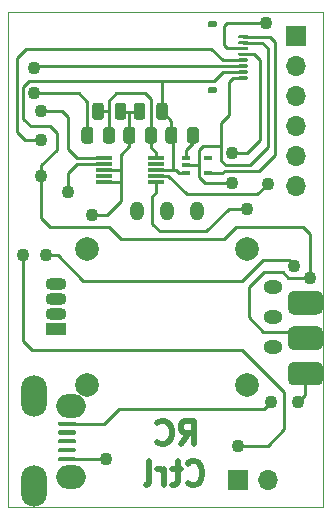
<source format=gbr>
%TF.GenerationSoftware,KiCad,Pcbnew,(5.1.7)-1*%
%TF.CreationDate,2021-06-20T23:08:26+01:00*%
%TF.ProjectId,RcCtlHw,52634374-6c48-4772-9e6b-696361645f70,rev?*%
%TF.SameCoordinates,Original*%
%TF.FileFunction,Copper,L2,Bot*%
%TF.FilePolarity,Positive*%
%FSLAX46Y46*%
G04 Gerber Fmt 4.6, Leading zero omitted, Abs format (unit mm)*
G04 Created by KiCad (PCBNEW (5.1.7)-1) date 2021-06-20 23:08:26*
%MOMM*%
%LPD*%
G01*
G04 APERTURE LIST*
%TA.AperFunction,NonConductor*%
%ADD10C,0.500000*%
%TD*%
%TA.AperFunction,Profile*%
%ADD11C,0.050000*%
%TD*%
%TA.AperFunction,ComponentPad*%
%ADD12O,1.700000X1.700000*%
%TD*%
%TA.AperFunction,ComponentPad*%
%ADD13R,1.700000X1.700000*%
%TD*%
%TA.AperFunction,ComponentPad*%
%ADD14O,1.600000X1.200000*%
%TD*%
%TA.AperFunction,ComponentPad*%
%ADD15O,1.200000X1.600000*%
%TD*%
%TA.AperFunction,ComponentPad*%
%ADD16C,2.000000*%
%TD*%
%TA.AperFunction,ComponentPad*%
%ADD17O,1.800000X1.070000*%
%TD*%
%TA.AperFunction,ComponentPad*%
%ADD18R,1.800000X1.070000*%
%TD*%
%TA.AperFunction,SMDPad,CuDef*%
%ADD19R,1.400000X0.300000*%
%TD*%
%TA.AperFunction,ComponentPad*%
%ADD20O,2.200000X3.500000*%
%TD*%
%TA.AperFunction,ComponentPad*%
%ADD21O,2.500000X2.000000*%
%TD*%
%TA.AperFunction,SMDPad,CuDef*%
%ADD22R,0.650000X0.400000*%
%TD*%
%TA.AperFunction,ViaPad*%
%ADD23C,1.100000*%
%TD*%
%TA.AperFunction,Conductor*%
%ADD24C,0.250000*%
%TD*%
G04 APERTURE END LIST*
D10*
X129492238Y-124285285D02*
X129587476Y-124380523D01*
X129873190Y-124475761D01*
X130063666Y-124475761D01*
X130349380Y-124380523D01*
X130539857Y-124190047D01*
X130635095Y-123999571D01*
X130730333Y-123618619D01*
X130730333Y-123332904D01*
X130635095Y-122951952D01*
X130539857Y-122761476D01*
X130349380Y-122571000D01*
X130063666Y-122475761D01*
X129873190Y-122475761D01*
X129587476Y-122571000D01*
X129492238Y-122666238D01*
X128920809Y-123142428D02*
X128158904Y-123142428D01*
X128635095Y-122475761D02*
X128635095Y-124190047D01*
X128539857Y-124380523D01*
X128349380Y-124475761D01*
X128158904Y-124475761D01*
X127492238Y-124475761D02*
X127492238Y-123142428D01*
X127492238Y-123523380D02*
X127397000Y-123332904D01*
X127301761Y-123237666D01*
X127111285Y-123142428D01*
X126920809Y-123142428D01*
X125968428Y-124475761D02*
X126158904Y-124380523D01*
X126254142Y-124190047D01*
X126254142Y-122475761D01*
X128904952Y-121046761D02*
X129571619Y-120094380D01*
X130047809Y-121046761D02*
X130047809Y-119046761D01*
X129285904Y-119046761D01*
X129095428Y-119142000D01*
X129000190Y-119237238D01*
X128904952Y-119427714D01*
X128904952Y-119713428D01*
X129000190Y-119903904D01*
X129095428Y-119999142D01*
X129285904Y-120094380D01*
X130047809Y-120094380D01*
X126904952Y-120856285D02*
X127000190Y-120951523D01*
X127285904Y-121046761D01*
X127476380Y-121046761D01*
X127762095Y-120951523D01*
X127952571Y-120761047D01*
X128047809Y-120570571D01*
X128143047Y-120189619D01*
X128143047Y-119903904D01*
X128047809Y-119522952D01*
X127952571Y-119332476D01*
X127762095Y-119142000D01*
X127476380Y-119046761D01*
X127285904Y-119046761D01*
X127000190Y-119142000D01*
X126904952Y-119237238D01*
D11*
X114300000Y-84455000D02*
X140970000Y-84455000D01*
X140970000Y-84455000D02*
X140970000Y-84836000D01*
X114300000Y-84709000D02*
X114300000Y-84455000D01*
X140970000Y-126365000D02*
X140970000Y-119380000D01*
X114300000Y-126365000D02*
X140970000Y-126365000D01*
X114300000Y-119380000D02*
X114300000Y-126365000D01*
X114300000Y-119380000D02*
X114300000Y-84709000D01*
X140970000Y-84836000D02*
X140970000Y-119380000D01*
%TO.P,SW1,3*%
%TO.N,N/C*%
%TA.AperFunction,SMDPad,CuDef*%
G36*
G01*
X140970000Y-108547000D02*
X140970000Y-109547000D01*
G75*
G02*
X140470000Y-110047000I-500000J0D01*
G01*
X138470000Y-110047000D01*
G75*
G02*
X137970000Y-109547000I0J500000D01*
G01*
X137970000Y-108547000D01*
G75*
G02*
X138470000Y-108047000I500000J0D01*
G01*
X140470000Y-108047000D01*
G75*
G02*
X140970000Y-108547000I0J-500000D01*
G01*
G37*
%TD.AperFunction*%
%TO.P,SW1,2*%
%TO.N,+3V3*%
%TA.AperFunction,SMDPad,CuDef*%
G36*
G01*
X140970000Y-111547000D02*
X140970000Y-112547000D01*
G75*
G02*
X140470000Y-113047000I-500000J0D01*
G01*
X138470000Y-113047000D01*
G75*
G02*
X137970000Y-112547000I0J500000D01*
G01*
X137970000Y-111547000D01*
G75*
G02*
X138470000Y-111047000I500000J0D01*
G01*
X140470000Y-111047000D01*
G75*
G02*
X140970000Y-111547000I0J-500000D01*
G01*
G37*
%TD.AperFunction*%
%TO.P,SW1,1*%
%TO.N,Net-(C3-Pad1)*%
%TA.AperFunction,SMDPad,CuDef*%
G36*
G01*
X140970000Y-114547000D02*
X140970000Y-115547000D01*
G75*
G02*
X140470000Y-116047000I-500000J0D01*
G01*
X138470000Y-116047000D01*
G75*
G02*
X137970000Y-115547000I0J500000D01*
G01*
X137970000Y-114547000D01*
G75*
G02*
X138470000Y-114047000I500000J0D01*
G01*
X140470000Y-114047000D01*
G75*
G02*
X140970000Y-114547000I0J-500000D01*
G01*
G37*
%TD.AperFunction*%
%TD*%
D12*
%TO.P,J2,6*%
%TO.N,GND*%
X138684000Y-99187000D03*
%TO.P,J2,5*%
%TO.N,/RX*%
X138684000Y-96647000D03*
%TO.P,J2,4*%
%TO.N,/TX*%
X138684000Y-94107000D03*
%TO.P,J2,3*%
%TO.N,/Flash*%
X138684000Y-91567000D03*
%TO.P,J2,2*%
%TO.N,/RST*%
X138684000Y-89027000D03*
D13*
%TO.P,J2,1*%
%TO.N,+3V3*%
X138684000Y-86487000D03*
%TD*%
D14*
%TO.P,U4,6*%
%TO.N,GND*%
X136761000Y-112776000D03*
%TO.P,U4,5*%
%TO.N,Net-(C8-Pad1)*%
X136761000Y-110236000D03*
%TO.P,U4,4*%
%TO.N,+3V3*%
X136761000Y-107696000D03*
D15*
%TO.P,U4,3*%
%TO.N,GND*%
X130301000Y-101236000D03*
%TO.P,U4,2*%
%TO.N,Net-(C7-Pad1)*%
X127761000Y-101236000D03*
%TO.P,U4,1*%
%TO.N,+3V3*%
X125221000Y-101236000D03*
D16*
%TO.P,U4,*%
%TO.N,*%
X134511000Y-115986000D03*
X134511000Y-104486000D03*
X121011000Y-104486000D03*
X121011000Y-115986000D03*
%TD*%
D17*
%TO.P,D1,4*%
%TO.N,N/C*%
X118364000Y-107442000D03*
%TO.P,D1,3*%
%TO.N,Net-(D1-Pad3)*%
X118364000Y-108712000D03*
%TO.P,D1,2*%
%TO.N,Net-(D1-Pad2)*%
X118364000Y-109982000D03*
D18*
%TO.P,D1,1*%
%TO.N,Net-(D1-Pad1)*%
X118364000Y-111252000D03*
%TD*%
D19*
%TO.P,U3,1*%
%TO.N,GND*%
X122387000Y-98790000D03*
%TO.P,U3,2*%
%TO.N,N/C*%
X122387000Y-98290000D03*
%TO.P,U3,3*%
%TO.N,GND*%
X122387000Y-97790000D03*
%TO.P,U3,4*%
%TO.N,Net-(C7-Pad1)*%
X122387000Y-97290000D03*
%TO.P,U3,5*%
%TO.N,Net-(C8-Pad1)*%
X122387000Y-96790000D03*
%TO.P,U3,6*%
%TO.N,Net-(C9-Pad1)*%
X126787000Y-96790000D03*
%TO.P,U3,7*%
%TO.N,N/C*%
X126787000Y-97290000D03*
%TO.P,U3,8*%
%TO.N,+3V3*%
X126787000Y-97790000D03*
%TO.P,U3,9*%
%TO.N,/I2C_SDA*%
X126787000Y-98290000D03*
%TO.P,U3,10*%
%TO.N,/I2C_SCL*%
X126787000Y-98790000D03*
%TD*%
D20*
%TO.P,J1,6*%
%TO.N,Net-(J1-Pad6)*%
X116518000Y-116977000D03*
D21*
X119618000Y-117777000D03*
D20*
X116518000Y-124577000D03*
%TO.P,J1,5*%
%TO.N,GND*%
%TA.AperFunction,SMDPad,CuDef*%
G36*
G01*
X119930500Y-119452000D02*
X118605500Y-119452000D01*
G75*
G02*
X118518000Y-119364500I0J87500D01*
G01*
X118518000Y-119189500D01*
G75*
G02*
X118605500Y-119102000I87500J0D01*
G01*
X119930500Y-119102000D01*
G75*
G02*
X120018000Y-119189500I0J-87500D01*
G01*
X120018000Y-119364500D01*
G75*
G02*
X119930500Y-119452000I-87500J0D01*
G01*
G37*
%TD.AperFunction*%
%TO.P,J1,4*%
%TO.N,N/C*%
%TA.AperFunction,SMDPad,CuDef*%
G36*
G01*
X119930500Y-120202000D02*
X118605500Y-120202000D01*
G75*
G02*
X118518000Y-120114500I0J87500D01*
G01*
X118518000Y-119939500D01*
G75*
G02*
X118605500Y-119852000I87500J0D01*
G01*
X119930500Y-119852000D01*
G75*
G02*
X120018000Y-119939500I0J-87500D01*
G01*
X120018000Y-120114500D01*
G75*
G02*
X119930500Y-120202000I-87500J0D01*
G01*
G37*
%TD.AperFunction*%
%TO.P,J1,1*%
%TO.N,Net-(J1-Pad1)*%
%TA.AperFunction,SMDPad,CuDef*%
G36*
G01*
X119930500Y-122452000D02*
X118605500Y-122452000D01*
G75*
G02*
X118518000Y-122364500I0J87500D01*
G01*
X118518000Y-122189500D01*
G75*
G02*
X118605500Y-122102000I87500J0D01*
G01*
X119930500Y-122102000D01*
G75*
G02*
X120018000Y-122189500I0J-87500D01*
G01*
X120018000Y-122364500D01*
G75*
G02*
X119930500Y-122452000I-87500J0D01*
G01*
G37*
%TD.AperFunction*%
%TO.P,J1,2*%
%TO.N,N/C*%
%TA.AperFunction,SMDPad,CuDef*%
G36*
G01*
X119930500Y-121702000D02*
X118605500Y-121702000D01*
G75*
G02*
X118518000Y-121614500I0J87500D01*
G01*
X118518000Y-121439500D01*
G75*
G02*
X118605500Y-121352000I87500J0D01*
G01*
X119930500Y-121352000D01*
G75*
G02*
X120018000Y-121439500I0J-87500D01*
G01*
X120018000Y-121614500D01*
G75*
G02*
X119930500Y-121702000I-87500J0D01*
G01*
G37*
%TD.AperFunction*%
%TO.P,J1,3*%
%TA.AperFunction,SMDPad,CuDef*%
G36*
G01*
X119930500Y-120952000D02*
X118605500Y-120952000D01*
G75*
G02*
X118518000Y-120864500I0J87500D01*
G01*
X118518000Y-120689500D01*
G75*
G02*
X118605500Y-120602000I87500J0D01*
G01*
X119930500Y-120602000D01*
G75*
G02*
X120018000Y-120689500I0J-87500D01*
G01*
X120018000Y-120864500D01*
G75*
G02*
X119930500Y-120952000I-87500J0D01*
G01*
G37*
%TD.AperFunction*%
D21*
%TO.P,J1,6*%
%TO.N,Net-(J1-Pad6)*%
X119618000Y-123777000D03*
%TD*%
%TO.P,C6,2*%
%TO.N,GND*%
%TA.AperFunction,SMDPad,CuDef*%
G36*
G01*
X125915000Y-92362000D02*
X125915000Y-93312000D01*
G75*
G02*
X125665000Y-93562000I-250000J0D01*
G01*
X125165000Y-93562000D01*
G75*
G02*
X124915000Y-93312000I0J250000D01*
G01*
X124915000Y-92362000D01*
G75*
G02*
X125165000Y-92112000I250000J0D01*
G01*
X125665000Y-92112000D01*
G75*
G02*
X125915000Y-92362000I0J-250000D01*
G01*
G37*
%TD.AperFunction*%
%TO.P,C6,1*%
%TO.N,+3V3*%
%TA.AperFunction,SMDPad,CuDef*%
G36*
G01*
X127815000Y-92362000D02*
X127815000Y-93312000D01*
G75*
G02*
X127565000Y-93562000I-250000J0D01*
G01*
X127065000Y-93562000D01*
G75*
G02*
X126815000Y-93312000I0J250000D01*
G01*
X126815000Y-92362000D01*
G75*
G02*
X127065000Y-92112000I250000J0D01*
G01*
X127565000Y-92112000D01*
G75*
G02*
X127815000Y-92362000I0J-250000D01*
G01*
G37*
%TD.AperFunction*%
%TD*%
%TO.P,R10,1*%
%TO.N,Net-(C9-Pad1)*%
%TA.AperFunction,SMDPad,CuDef*%
G36*
G01*
X126901000Y-94418999D02*
X126901000Y-95319001D01*
G75*
G02*
X126651001Y-95569000I-249999J0D01*
G01*
X126125999Y-95569000D01*
G75*
G02*
X125876000Y-95319001I0J249999D01*
G01*
X125876000Y-94418999D01*
G75*
G02*
X126125999Y-94169000I249999J0D01*
G01*
X126651001Y-94169000D01*
G75*
G02*
X126901000Y-94418999I0J-249999D01*
G01*
G37*
%TD.AperFunction*%
%TO.P,R10,2*%
%TO.N,GND*%
%TA.AperFunction,SMDPad,CuDef*%
G36*
G01*
X125076000Y-94418999D02*
X125076000Y-95319001D01*
G75*
G02*
X124826001Y-95569000I-249999J0D01*
G01*
X124300999Y-95569000D01*
G75*
G02*
X124051000Y-95319001I0J249999D01*
G01*
X124051000Y-94418999D01*
G75*
G02*
X124300999Y-94169000I249999J0D01*
G01*
X124826001Y-94169000D01*
G75*
G02*
X125076000Y-94418999I0J-249999D01*
G01*
G37*
%TD.AperFunction*%
%TD*%
D22*
%TO.P,V2,1*%
%TO.N,+3V3*%
X129352000Y-98059000D03*
%TO.P,V2,3*%
%TO.N,Net-(R11-Pad2)*%
X129352000Y-96759000D03*
%TO.P,V2,2*%
%TO.N,GND*%
X129352000Y-97409000D03*
%TO.P,V2,4*%
%TO.N,N/C*%
X131252000Y-96759000D03*
%TO.P,V2,5*%
%TO.N,/2V8_BackLight*%
X131252000Y-98059000D03*
%TD*%
%TO.P,J3,2*%
%TO.N,GND*%
%TA.AperFunction,SMDPad,CuDef*%
G36*
G01*
X134516000Y-87165000D02*
X133866000Y-87165000D01*
G75*
G02*
X133791000Y-87090000I0J75000D01*
G01*
X133791000Y-86940000D01*
G75*
G02*
X133866000Y-86865000I75000J0D01*
G01*
X134516000Y-86865000D01*
G75*
G02*
X134591000Y-86940000I0J-75000D01*
G01*
X134591000Y-87090000D01*
G75*
G02*
X134516000Y-87165000I-75000J0D01*
G01*
G37*
%TD.AperFunction*%
%TO.P,J3,3*%
%TO.N,/TFT_RST*%
%TA.AperFunction,SMDPad,CuDef*%
G36*
G01*
X134516000Y-87665000D02*
X133866000Y-87665000D01*
G75*
G02*
X133791000Y-87590000I0J75000D01*
G01*
X133791000Y-87440000D01*
G75*
G02*
X133866000Y-87365000I75000J0D01*
G01*
X134516000Y-87365000D01*
G75*
G02*
X134591000Y-87440000I0J-75000D01*
G01*
X134591000Y-87590000D01*
G75*
G02*
X134516000Y-87665000I-75000J0D01*
G01*
G37*
%TD.AperFunction*%
%TO.P,J3,4*%
%TO.N,/TFT_RS*%
%TA.AperFunction,SMDPad,CuDef*%
G36*
G01*
X134516000Y-88165000D02*
X133866000Y-88165000D01*
G75*
G02*
X133791000Y-88090000I0J75000D01*
G01*
X133791000Y-87940000D01*
G75*
G02*
X133866000Y-87865000I75000J0D01*
G01*
X134516000Y-87865000D01*
G75*
G02*
X134591000Y-87940000I0J-75000D01*
G01*
X134591000Y-88090000D01*
G75*
G02*
X134516000Y-88165000I-75000J0D01*
G01*
G37*
%TD.AperFunction*%
%TO.P,J3,5*%
%TO.N,/TFT_SDA*%
%TA.AperFunction,SMDPad,CuDef*%
G36*
G01*
X134516000Y-88665000D02*
X133866000Y-88665000D01*
G75*
G02*
X133791000Y-88590000I0J75000D01*
G01*
X133791000Y-88440000D01*
G75*
G02*
X133866000Y-88365000I75000J0D01*
G01*
X134516000Y-88365000D01*
G75*
G02*
X134591000Y-88440000I0J-75000D01*
G01*
X134591000Y-88590000D01*
G75*
G02*
X134516000Y-88665000I-75000J0D01*
G01*
G37*
%TD.AperFunction*%
%TO.P,J3,6*%
%TO.N,/TFT_SCL*%
%TA.AperFunction,SMDPad,CuDef*%
G36*
G01*
X134516000Y-89165000D02*
X133866000Y-89165000D01*
G75*
G02*
X133791000Y-89090000I0J75000D01*
G01*
X133791000Y-88940000D01*
G75*
G02*
X133866000Y-88865000I75000J0D01*
G01*
X134516000Y-88865000D01*
G75*
G02*
X134591000Y-88940000I0J-75000D01*
G01*
X134591000Y-89090000D01*
G75*
G02*
X134516000Y-89165000I-75000J0D01*
G01*
G37*
%TD.AperFunction*%
%TO.P,J3,7*%
%TO.N,+3V3*%
%TA.AperFunction,SMDPad,CuDef*%
G36*
G01*
X134516000Y-89665000D02*
X133866000Y-89665000D01*
G75*
G02*
X133791000Y-89590000I0J75000D01*
G01*
X133791000Y-89440000D01*
G75*
G02*
X133866000Y-89365000I75000J0D01*
G01*
X134516000Y-89365000D01*
G75*
G02*
X134591000Y-89440000I0J-75000D01*
G01*
X134591000Y-89590000D01*
G75*
G02*
X134516000Y-89665000I-75000J0D01*
G01*
G37*
%TD.AperFunction*%
%TO.P,J3,8*%
%TO.N,GND*%
%TA.AperFunction,SMDPad,CuDef*%
G36*
G01*
X134516000Y-90165000D02*
X133866000Y-90165000D01*
G75*
G02*
X133791000Y-90090000I0J75000D01*
G01*
X133791000Y-89940000D01*
G75*
G02*
X133866000Y-89865000I75000J0D01*
G01*
X134516000Y-89865000D01*
G75*
G02*
X134591000Y-89940000I0J-75000D01*
G01*
X134591000Y-90090000D01*
G75*
G02*
X134516000Y-90165000I-75000J0D01*
G01*
G37*
%TD.AperFunction*%
%TO.P,J3,1*%
%TO.N,/2V8_BackLight*%
%TA.AperFunction,SMDPad,CuDef*%
G36*
G01*
X134516000Y-86665000D02*
X133866000Y-86665000D01*
G75*
G02*
X133791000Y-86590000I0J75000D01*
G01*
X133791000Y-86440000D01*
G75*
G02*
X133866000Y-86365000I75000J0D01*
G01*
X134516000Y-86365000D01*
G75*
G02*
X134591000Y-86440000I0J-75000D01*
G01*
X134591000Y-86590000D01*
G75*
G02*
X134516000Y-86665000I-75000J0D01*
G01*
G37*
%TD.AperFunction*%
%TO.P,J3,*%
%TO.N,*%
%TA.AperFunction,SMDPad,CuDef*%
G36*
G01*
X131866000Y-91315000D02*
X131316000Y-91315000D01*
G75*
G02*
X131191000Y-91190000I0J125000D01*
G01*
X131191000Y-90940000D01*
G75*
G02*
X131316000Y-90815000I125000J0D01*
G01*
X131866000Y-90815000D01*
G75*
G02*
X131991000Y-90940000I0J-125000D01*
G01*
X131991000Y-91190000D01*
G75*
G02*
X131866000Y-91315000I-125000J0D01*
G01*
G37*
%TD.AperFunction*%
%TA.AperFunction,SMDPad,CuDef*%
G36*
G01*
X131866000Y-85715000D02*
X131316000Y-85715000D01*
G75*
G02*
X131191000Y-85590000I0J125000D01*
G01*
X131191000Y-85340000D01*
G75*
G02*
X131316000Y-85215000I125000J0D01*
G01*
X131866000Y-85215000D01*
G75*
G02*
X131991000Y-85340000I0J-125000D01*
G01*
X131991000Y-85590000D01*
G75*
G02*
X131866000Y-85715000I-125000J0D01*
G01*
G37*
%TD.AperFunction*%
%TD*%
D13*
%TO.P,BT1,1*%
%TO.N,+BATT*%
X133731000Y-124079000D03*
D12*
%TO.P,BT1,2*%
%TO.N,GND*%
X136271000Y-124079000D03*
%TD*%
%TO.P,R9,2*%
%TO.N,Net-(C9-Pad1)*%
%TA.AperFunction,SMDPad,CuDef*%
G36*
G01*
X122320000Y-95319001D02*
X122320000Y-94418999D01*
G75*
G02*
X122569999Y-94169000I249999J0D01*
G01*
X123095001Y-94169000D01*
G75*
G02*
X123345000Y-94418999I0J-249999D01*
G01*
X123345000Y-95319001D01*
G75*
G02*
X123095001Y-95569000I-249999J0D01*
G01*
X122569999Y-95569000D01*
G75*
G02*
X122320000Y-95319001I0J249999D01*
G01*
G37*
%TD.AperFunction*%
%TO.P,R9,1*%
%TO.N,+BATT*%
%TA.AperFunction,SMDPad,CuDef*%
G36*
G01*
X120495000Y-95319001D02*
X120495000Y-94418999D01*
G75*
G02*
X120744999Y-94169000I249999J0D01*
G01*
X121270001Y-94169000D01*
G75*
G02*
X121520000Y-94418999I0J-249999D01*
G01*
X121520000Y-95319001D01*
G75*
G02*
X121270001Y-95569000I-249999J0D01*
G01*
X120744999Y-95569000D01*
G75*
G02*
X120495000Y-95319001I0J249999D01*
G01*
G37*
%TD.AperFunction*%
%TD*%
%TO.P,R11,1*%
%TO.N,+3V3*%
%TA.AperFunction,SMDPad,CuDef*%
G36*
G01*
X127607000Y-95319001D02*
X127607000Y-94418999D01*
G75*
G02*
X127856999Y-94169000I249999J0D01*
G01*
X128382001Y-94169000D01*
G75*
G02*
X128632000Y-94418999I0J-249999D01*
G01*
X128632000Y-95319001D01*
G75*
G02*
X128382001Y-95569000I-249999J0D01*
G01*
X127856999Y-95569000D01*
G75*
G02*
X127607000Y-95319001I0J249999D01*
G01*
G37*
%TD.AperFunction*%
%TO.P,R11,2*%
%TO.N,Net-(R11-Pad2)*%
%TA.AperFunction,SMDPad,CuDef*%
G36*
G01*
X129432000Y-95319001D02*
X129432000Y-94418999D01*
G75*
G02*
X129681999Y-94169000I249999J0D01*
G01*
X130207001Y-94169000D01*
G75*
G02*
X130457000Y-94418999I0J-249999D01*
G01*
X130457000Y-95319001D01*
G75*
G02*
X130207001Y-95569000I-249999J0D01*
G01*
X129681999Y-95569000D01*
G75*
G02*
X129432000Y-95319001I0J249999D01*
G01*
G37*
%TD.AperFunction*%
%TD*%
%TO.P,C9,1*%
%TO.N,Net-(C9-Pad1)*%
%TA.AperFunction,SMDPad,CuDef*%
G36*
G01*
X121409800Y-93312000D02*
X121409800Y-92362000D01*
G75*
G02*
X121659800Y-92112000I250000J0D01*
G01*
X122159800Y-92112000D01*
G75*
G02*
X122409800Y-92362000I0J-250000D01*
G01*
X122409800Y-93312000D01*
G75*
G02*
X122159800Y-93562000I-250000J0D01*
G01*
X121659800Y-93562000D01*
G75*
G02*
X121409800Y-93312000I0J250000D01*
G01*
G37*
%TD.AperFunction*%
%TO.P,C9,2*%
%TO.N,GND*%
%TA.AperFunction,SMDPad,CuDef*%
G36*
G01*
X123309800Y-93312000D02*
X123309800Y-92362000D01*
G75*
G02*
X123559800Y-92112000I250000J0D01*
G01*
X124059800Y-92112000D01*
G75*
G02*
X124309800Y-92362000I0J-250000D01*
G01*
X124309800Y-93312000D01*
G75*
G02*
X124059800Y-93562000I-250000J0D01*
G01*
X123559800Y-93562000D01*
G75*
G02*
X123309800Y-93312000I0J250000D01*
G01*
G37*
%TD.AperFunction*%
%TD*%
D23*
%TO.N,GND*%
X136525000Y-117475000D03*
X133223000Y-98933000D03*
X121412000Y-101600000D03*
%TO.N,Net-(C3-Pad1)*%
X138810998Y-117474998D03*
%TO.N,+3V3*%
X117094000Y-98297998D03*
X139877800Y-106908600D03*
%TO.N,Net-(J1-Pad1)*%
X122555000Y-122301002D03*
%TO.N,/TFT_RST*%
X136144000Y-85344000D03*
%TO.N,/TFT_RS*%
X133223002Y-96393000D03*
%TO.N,+BATT*%
X133731000Y-121158000D03*
X115570000Y-105029000D03*
X116459000Y-91313000D03*
%TO.N,/I2C_SCL*%
X134493637Y-101103411D03*
%TO.N,/I2C_SDA*%
X136271000Y-98996500D03*
%TO.N,/TFT_SDA*%
X117094000Y-95250000D03*
%TO.N,/TFT_SCL*%
X116459000Y-89153988D03*
%TO.N,Net-(C7-Pad1)*%
X119380000Y-99695000D03*
%TO.N,Net-(C8-Pad1)*%
X117475000Y-105029000D03*
X117094004Y-92837000D03*
X138531600Y-105892600D03*
%TD*%
D24*
%TO.N,GND*%
X138430000Y-99441000D02*
X138684000Y-99187000D01*
X133223000Y-98933000D02*
X132080000Y-98933000D01*
X135975001Y-118024999D02*
X136525000Y-117475000D01*
X123656001Y-118024999D02*
X135975001Y-118024999D01*
X122404000Y-119277000D02*
X123656001Y-118024999D01*
X119268000Y-119277000D02*
X122404000Y-119277000D01*
X123825000Y-96520000D02*
X123825000Y-97504000D01*
X123809000Y-98790000D02*
X123825000Y-98806000D01*
X122387000Y-98790000D02*
X123809000Y-98790000D01*
X122428000Y-97790000D02*
X123825000Y-97790000D01*
X122387000Y-97790000D02*
X122428000Y-97790000D01*
X123825000Y-97790000D02*
X123825000Y-98806000D01*
X123825000Y-97504000D02*
X123825000Y-97790000D01*
X130937000Y-98933000D02*
X130429000Y-98425000D01*
X133223000Y-98933000D02*
X130937000Y-98933000D01*
X129352000Y-97409000D02*
X130429000Y-97409000D01*
X130429000Y-98425000D02*
X130429000Y-97409000D01*
X130429000Y-96266000D02*
X130429000Y-96139000D01*
X130429000Y-97409000D02*
X130429000Y-96266000D01*
X130429000Y-96139000D02*
X130810000Y-95758000D01*
X130810000Y-95758000D02*
X131572000Y-95758000D01*
X121412000Y-101600000D02*
X122682000Y-101600000D01*
X123825000Y-100457000D02*
X123825000Y-98806000D01*
X122682000Y-101600000D02*
X123825000Y-100457000D01*
X124563500Y-95781500D02*
X123825000Y-96520000D01*
X124563500Y-94869000D02*
X124563500Y-95781500D01*
X125364200Y-92887800D02*
X125415000Y-92837000D01*
X124563500Y-92962100D02*
X124637800Y-92887800D01*
X124563500Y-94869000D02*
X124563500Y-92962100D01*
X124637800Y-92887800D02*
X125364200Y-92887800D01*
X123835200Y-92887800D02*
X124637800Y-92887800D01*
X132701002Y-97395002D02*
X132334000Y-97028000D01*
X134760998Y-97395002D02*
X132701002Y-97395002D01*
X136271000Y-87515700D02*
X136271000Y-95885000D01*
X134283990Y-87039990D02*
X135795290Y-87039990D01*
X134259000Y-87015000D02*
X134283990Y-87039990D01*
X136271000Y-95885000D02*
X134760998Y-97395002D01*
X135795290Y-87039990D02*
X136271000Y-87515700D01*
X134191000Y-87015000D02*
X134259000Y-87015000D01*
X134191000Y-90015000D02*
X133365300Y-90015000D01*
X133365300Y-90015000D02*
X133007100Y-90373200D01*
X133007100Y-90373200D02*
X133007100Y-93167200D01*
X132334000Y-93840300D02*
X132899150Y-93275150D01*
X133007100Y-93167200D02*
X132899150Y-93275150D01*
X132334000Y-97028000D02*
X132334000Y-96367600D01*
X132295900Y-95758000D02*
X132334000Y-95796100D01*
X131572000Y-95758000D02*
X132295900Y-95758000D01*
X132334000Y-95796100D02*
X132334000Y-93840300D01*
X132334000Y-96367600D02*
X132334000Y-95796100D01*
%TO.N,Net-(C3-Pad1)*%
X139470000Y-116815996D02*
X138810998Y-117474998D01*
X139470000Y-115047000D02*
X139470000Y-116815996D01*
%TO.N,+3V3*%
X139446000Y-112404000D02*
X139470000Y-112380000D01*
X128119500Y-93641500D02*
X127315000Y-92837000D01*
X128119500Y-94869000D02*
X128119500Y-93641500D01*
X131699000Y-90297000D02*
X132481000Y-89515000D01*
X134191000Y-89515000D02*
X132481000Y-89515000D01*
X127315000Y-90358000D02*
X127254000Y-90297000D01*
X127315000Y-92837000D02*
X127315000Y-90358000D01*
X127254000Y-90297000D02*
X131699000Y-90297000D01*
X116191002Y-94093002D02*
X117842002Y-94093002D01*
X117094000Y-97409000D02*
X117094000Y-98297998D01*
X115570000Y-91313000D02*
X115570000Y-93472000D01*
X115583999Y-91299001D02*
X115570000Y-91313000D01*
X118427500Y-96075500D02*
X117094000Y-97409000D01*
X117842002Y-94093002D02*
X118427500Y-94678500D01*
X115583999Y-90791001D02*
X115583999Y-91299001D01*
X118427500Y-94678500D02*
X118427500Y-96075500D01*
X116078000Y-90297000D02*
X115583999Y-90791001D01*
X115570000Y-93472000D02*
X116191002Y-94093002D01*
X127254000Y-90297000D02*
X116078000Y-90297000D01*
X128143000Y-97790000D02*
X126787000Y-97790000D01*
X128223000Y-97790000D02*
X128143000Y-97790000D01*
X128223000Y-94972500D02*
X128119500Y-94869000D01*
X128223000Y-97790000D02*
X128223000Y-94972500D01*
X129352000Y-98059000D02*
X128793000Y-98059000D01*
X128524000Y-97790000D02*
X128223000Y-97790000D01*
X128793000Y-98059000D02*
X128524000Y-97790000D01*
X138023600Y-106908600D02*
X139877800Y-106908600D01*
X135991600Y-106426000D02*
X137541000Y-106426000D01*
X134670800Y-107746800D02*
X135991600Y-106426000D01*
X134670800Y-110286800D02*
X134670800Y-107746800D01*
X135890000Y-111506000D02*
X134670800Y-110286800D01*
X138929000Y-111506000D02*
X135890000Y-111506000D01*
X137541000Y-106426000D02*
X138023600Y-106908600D01*
X139470000Y-112047000D02*
X138929000Y-111506000D01*
X139877800Y-103251000D02*
X139877800Y-106908600D01*
X133604000Y-102616000D02*
X139242800Y-102616000D01*
X132588000Y-103632000D02*
X133604000Y-102616000D01*
X139242800Y-102616000D02*
X139877800Y-103251000D01*
X122809000Y-102616000D02*
X123825000Y-103632000D01*
X117856000Y-102616000D02*
X122809000Y-102616000D01*
X123825000Y-103632000D02*
X132588000Y-103632000D01*
X117094000Y-101854000D02*
X117856000Y-102616000D01*
X117094000Y-98297998D02*
X117094000Y-101854000D01*
%TO.N,Net-(J1-Pad1)*%
X119268000Y-122277000D02*
X122530998Y-122277000D01*
X122530998Y-122277000D02*
X122555000Y-122301002D01*
%TO.N,/TFT_RST*%
X132842000Y-85344000D02*
X136144000Y-85344000D01*
X132588000Y-85598000D02*
X132842000Y-85344000D01*
X132588000Y-87249000D02*
X132588000Y-85598000D01*
X132854000Y-87515000D02*
X132588000Y-87249000D01*
X134191000Y-87515000D02*
X132854000Y-87515000D01*
%TO.N,/TFT_RS*%
X134493000Y-96393000D02*
X135636000Y-95250000D01*
X133223002Y-96393000D02*
X134493000Y-96393000D01*
X135132000Y-88015000D02*
X135636000Y-88519000D01*
X134191000Y-88015000D02*
X135132000Y-88015000D01*
X135636000Y-95250000D02*
X135636000Y-88519000D01*
%TO.N,/2V8_BackLight*%
X136426000Y-86515000D02*
X134191000Y-86515000D01*
X136906000Y-86995000D02*
X136426000Y-86515000D01*
X136906000Y-96520000D02*
X136906000Y-86995000D01*
X135509000Y-97917000D02*
X136906000Y-96520000D01*
X132588000Y-97917000D02*
X135509000Y-97917000D01*
X132446000Y-98059000D02*
X132588000Y-97917000D01*
X131252000Y-98059000D02*
X132446000Y-98059000D01*
%TO.N,+BATT*%
X137668000Y-116586000D02*
X134112000Y-113030000D01*
X137668000Y-119761000D02*
X137668000Y-116586000D01*
X136271000Y-121158000D02*
X137668000Y-119761000D01*
X133731000Y-121158000D02*
X136271000Y-121158000D01*
X115570000Y-112268000D02*
X116332000Y-113030000D01*
X115570000Y-105029000D02*
X115570000Y-112268000D01*
X134112000Y-113030000D02*
X116332000Y-113030000D01*
X116459000Y-91313000D02*
X120269000Y-91313000D01*
X121007500Y-92051500D02*
X121007500Y-94869000D01*
X120269000Y-91313000D02*
X121007500Y-92051500D01*
%TO.N,Net-(R11-Pad2)*%
X129944500Y-94869000D02*
X129944500Y-95480500D01*
X129352000Y-96073000D02*
X129352000Y-96759000D01*
X129944500Y-95480500D02*
X129352000Y-96073000D01*
%TO.N,/I2C_SCL*%
X126787000Y-99736000D02*
X126787000Y-99019000D01*
X126787000Y-99019000D02*
X126787000Y-98790000D01*
X134493637Y-101103411D02*
X132957589Y-101103411D01*
X132957589Y-101103411D02*
X131064000Y-102997000D01*
X131064000Y-102997000D02*
X127127000Y-102997000D01*
X127127000Y-102997000D02*
X126492000Y-102362000D01*
X126492000Y-100031000D02*
X126787000Y-99736000D01*
X126492000Y-102362000D02*
X126492000Y-100031000D01*
%TO.N,/I2C_SDA*%
X135403501Y-99863999D02*
X136271000Y-98996500D01*
X129421801Y-99863999D02*
X135403501Y-99863999D01*
X127847802Y-98290000D02*
X129421801Y-99863999D01*
X126787000Y-98290000D02*
X127847802Y-98290000D01*
%TO.N,/TFT_SDA*%
X132457000Y-88515000D02*
X134191000Y-88515000D01*
X131495800Y-87553800D02*
X132457000Y-88515000D01*
X115062000Y-88315800D02*
X115824000Y-87553800D01*
X115062000Y-94615000D02*
X115062000Y-88315800D01*
X115697000Y-95250000D02*
X115062000Y-94615000D01*
X115824000Y-87553800D02*
X131495800Y-87553800D01*
X117094000Y-95250000D02*
X115697000Y-95250000D01*
%TO.N,/TFT_SCL*%
X134191000Y-89015000D02*
X116597988Y-89015000D01*
X116597988Y-89015000D02*
X116459000Y-89153988D01*
%TO.N,Net-(C7-Pad1)*%
X120134000Y-97290000D02*
X119380000Y-98044000D01*
X122387000Y-97290000D02*
X120134000Y-97290000D01*
X119380000Y-98044000D02*
X119380000Y-99695000D01*
%TO.N,Net-(C8-Pad1)*%
X117094004Y-92837000D02*
X118872000Y-92837000D01*
X118872000Y-92837000D02*
X119380000Y-93345000D01*
X119380000Y-93345000D02*
X119380000Y-96012000D01*
X120158000Y-96790000D02*
X122387000Y-96790000D01*
X119380000Y-96012000D02*
X120158000Y-96790000D01*
X120650000Y-107188000D02*
X134099300Y-107188000D01*
X118491000Y-105029000D02*
X120650000Y-107188000D01*
X117475000Y-105029000D02*
X118491000Y-105029000D01*
X138087100Y-105448100D02*
X138131550Y-105492550D01*
X135839200Y-105448100D02*
X138087100Y-105448100D01*
X138131550Y-105492550D02*
X138531600Y-105892600D01*
X134099300Y-107188000D02*
X135839200Y-105448100D01*
%TO.N,Net-(C9-Pad1)*%
X126787000Y-96790000D02*
X126787000Y-96307000D01*
X126388500Y-95908500D02*
X126388500Y-94869000D01*
X126787000Y-96307000D02*
X126388500Y-95908500D01*
X126388500Y-91797500D02*
X126388500Y-94869000D01*
X125904000Y-91313000D02*
X126388500Y-91797500D01*
X123444000Y-91313000D02*
X125904000Y-91313000D01*
X122832500Y-91924500D02*
X123444000Y-91313000D01*
X121909800Y-92837000D02*
X122758200Y-92837000D01*
X122832500Y-92762700D02*
X122832500Y-91924500D01*
X122758200Y-92837000D02*
X122832500Y-92762700D01*
X122832500Y-94869000D02*
X122832500Y-92762700D01*
%TD*%
M02*

</source>
